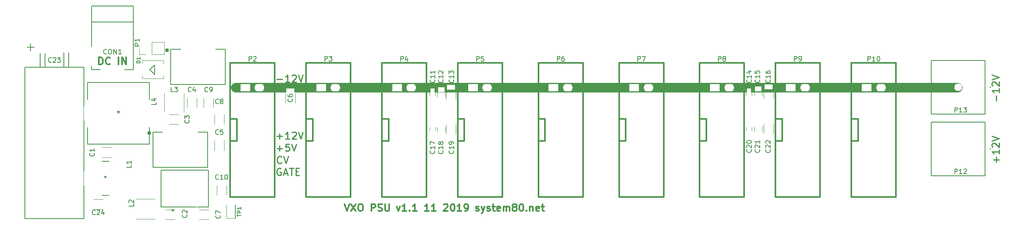
<source format=gto>
G04 #@! TF.FileFunction,Legend,Top*
%FSLAX46Y46*%
G04 Gerber Fmt 4.6, Leading zero omitted, Abs format (unit mm)*
G04 Created by KiCad (PCBNEW 4.0.2-stable) date 2019-11-04 2:31:50 PM*
%MOMM*%
G01*
G04 APERTURE LIST*
%ADD10C,0.200000*%
%ADD11C,0.250000*%
%ADD12C,0.300000*%
%ADD13C,2.000000*%
%ADD14C,0.152400*%
%ADD15C,0.150000*%
%ADD16C,0.120000*%
%ADD17C,0.066040*%
%ADD18C,0.101600*%
%ADD19C,0.203200*%
%ADD20C,0.304800*%
%ADD21C,0.299720*%
%ADD22C,0.127000*%
%ADD23C,0.400000*%
%ADD24C,0.350000*%
%ADD25R,2.995600X5.510200*%
%ADD26R,1.100000X3.100000*%
%ADD27R,2.690800X7.389800*%
%ADD28C,3.200000*%
%ADD29R,2.500000X2.500000*%
%ADD30C,2.500000*%
%ADD31R,1.100000X1.700000*%
%ADD32R,1.700000X1.100000*%
%ADD33R,2.497760X2.497760*%
%ADD34R,1.700000X2.900000*%
%ADD35O,2.100000X1.600000*%
%ADD36R,2.100000X1.600000*%
%ADD37R,1.300000X4.000000*%
%ADD38R,4.000000X1.300000*%
%ADD39R,4.100000X2.100000*%
%ADD40R,5.100000X2.100000*%
%ADD41R,2.100000X4.100000*%
%ADD42R,1.800000X2.600000*%
%ADD43O,1.800000X2.600000*%
%ADD44R,0.850000X0.900000*%
%ADD45R,1.350000X1.100000*%
%ADD46C,1.624000*%
%ADD47C,2.100000*%
%ADD48R,1.900000X2.600000*%
%ADD49O,1.900000X2.600000*%
%ADD50R,1.900000X2.500000*%
%ADD51O,1.900000X2.500000*%
G04 APERTURE END LIST*
D10*
D11*
X82000000Y-105150000D02*
X81857143Y-105078571D01*
X81642857Y-105078571D01*
X81428572Y-105150000D01*
X81285714Y-105292857D01*
X81214286Y-105435714D01*
X81142857Y-105721429D01*
X81142857Y-105935714D01*
X81214286Y-106221429D01*
X81285714Y-106364286D01*
X81428572Y-106507143D01*
X81642857Y-106578571D01*
X81785714Y-106578571D01*
X82000000Y-106507143D01*
X82071429Y-106435714D01*
X82071429Y-105935714D01*
X81785714Y-105935714D01*
X82642857Y-106150000D02*
X83357143Y-106150000D01*
X82500000Y-106578571D02*
X83000000Y-105078571D01*
X83500000Y-106578571D01*
X83785714Y-105078571D02*
X84642857Y-105078571D01*
X84214286Y-106578571D02*
X84214286Y-105078571D01*
X85142857Y-105792857D02*
X85642857Y-105792857D01*
X85857143Y-106578571D02*
X85142857Y-106578571D01*
X85142857Y-105078571D01*
X85857143Y-105078571D01*
X82121429Y-103935714D02*
X82050000Y-104007143D01*
X81835714Y-104078571D01*
X81692857Y-104078571D01*
X81478572Y-104007143D01*
X81335714Y-103864286D01*
X81264286Y-103721429D01*
X81192857Y-103435714D01*
X81192857Y-103221429D01*
X81264286Y-102935714D01*
X81335714Y-102792857D01*
X81478572Y-102650000D01*
X81692857Y-102578571D01*
X81835714Y-102578571D01*
X82050000Y-102650000D01*
X82121429Y-102721429D01*
X82550000Y-102578571D02*
X83050000Y-104078571D01*
X83550000Y-102578571D01*
X81171429Y-100907143D02*
X82314286Y-100907143D01*
X81742857Y-101478571D02*
X81742857Y-100335714D01*
X83742858Y-99978571D02*
X83028572Y-99978571D01*
X82957143Y-100692857D01*
X83028572Y-100621429D01*
X83171429Y-100550000D01*
X83528572Y-100550000D01*
X83671429Y-100621429D01*
X83742858Y-100692857D01*
X83814286Y-100835714D01*
X83814286Y-101192857D01*
X83742858Y-101335714D01*
X83671429Y-101407143D01*
X83528572Y-101478571D01*
X83171429Y-101478571D01*
X83028572Y-101407143D01*
X82957143Y-101335714D01*
X84242857Y-99978571D02*
X84742857Y-101478571D01*
X85242857Y-99978571D01*
X232857143Y-103842856D02*
X232857143Y-102699999D01*
X233428571Y-103271428D02*
X232285714Y-103271428D01*
X233428571Y-101199999D02*
X233428571Y-102057142D01*
X233428571Y-101628570D02*
X231928571Y-101628570D01*
X232142857Y-101771427D01*
X232285714Y-101914285D01*
X232357143Y-102057142D01*
X232071429Y-100628571D02*
X232000000Y-100557142D01*
X231928571Y-100414285D01*
X231928571Y-100057142D01*
X232000000Y-99914285D01*
X232071429Y-99842856D01*
X232214286Y-99771428D01*
X232357143Y-99771428D01*
X232571429Y-99842856D01*
X233428571Y-100699999D01*
X233428571Y-99771428D01*
X231928571Y-99342857D02*
X233428571Y-98842857D01*
X231928571Y-98342857D01*
X232857143Y-90892856D02*
X232857143Y-89749999D01*
X233428571Y-88249999D02*
X233428571Y-89107142D01*
X233428571Y-88678570D02*
X231928571Y-88678570D01*
X232142857Y-88821427D01*
X232285714Y-88964285D01*
X232357143Y-89107142D01*
X232071429Y-87678571D02*
X232000000Y-87607142D01*
X231928571Y-87464285D01*
X231928571Y-87107142D01*
X232000000Y-86964285D01*
X232071429Y-86892856D01*
X232214286Y-86821428D01*
X232357143Y-86821428D01*
X232571429Y-86892856D01*
X233428571Y-87749999D01*
X233428571Y-86821428D01*
X231928571Y-86392857D02*
X233428571Y-85892857D01*
X231928571Y-85392857D01*
X81157144Y-98357143D02*
X82300001Y-98357143D01*
X81728572Y-98928571D02*
X81728572Y-97785714D01*
X83800001Y-98928571D02*
X82942858Y-98928571D01*
X83371430Y-98928571D02*
X83371430Y-97428571D01*
X83228573Y-97642857D01*
X83085715Y-97785714D01*
X82942858Y-97857143D01*
X84371429Y-97571429D02*
X84442858Y-97500000D01*
X84585715Y-97428571D01*
X84942858Y-97428571D01*
X85085715Y-97500000D01*
X85157144Y-97571429D01*
X85228572Y-97714286D01*
X85228572Y-97857143D01*
X85157144Y-98071429D01*
X84300001Y-98928571D01*
X85228572Y-98928571D01*
X85657143Y-97428571D02*
X86157143Y-98928571D01*
X86657143Y-97428571D01*
D12*
X95428572Y-112678571D02*
X95928572Y-114178571D01*
X96428572Y-112678571D01*
X96785715Y-112678571D02*
X97785715Y-114178571D01*
X97785715Y-112678571D02*
X96785715Y-114178571D01*
X98642857Y-112678571D02*
X98928571Y-112678571D01*
X99071429Y-112750000D01*
X99214286Y-112892857D01*
X99285714Y-113178571D01*
X99285714Y-113678571D01*
X99214286Y-113964286D01*
X99071429Y-114107143D01*
X98928571Y-114178571D01*
X98642857Y-114178571D01*
X98500000Y-114107143D01*
X98357143Y-113964286D01*
X98285714Y-113678571D01*
X98285714Y-113178571D01*
X98357143Y-112892857D01*
X98500000Y-112750000D01*
X98642857Y-112678571D01*
X101071429Y-114178571D02*
X101071429Y-112678571D01*
X101642857Y-112678571D01*
X101785715Y-112750000D01*
X101857143Y-112821429D01*
X101928572Y-112964286D01*
X101928572Y-113178571D01*
X101857143Y-113321429D01*
X101785715Y-113392857D01*
X101642857Y-113464286D01*
X101071429Y-113464286D01*
X102500000Y-114107143D02*
X102714286Y-114178571D01*
X103071429Y-114178571D01*
X103214286Y-114107143D01*
X103285715Y-114035714D01*
X103357143Y-113892857D01*
X103357143Y-113750000D01*
X103285715Y-113607143D01*
X103214286Y-113535714D01*
X103071429Y-113464286D01*
X102785715Y-113392857D01*
X102642857Y-113321429D01*
X102571429Y-113250000D01*
X102500000Y-113107143D01*
X102500000Y-112964286D01*
X102571429Y-112821429D01*
X102642857Y-112750000D01*
X102785715Y-112678571D01*
X103142857Y-112678571D01*
X103357143Y-112750000D01*
X104000000Y-112678571D02*
X104000000Y-113892857D01*
X104071428Y-114035714D01*
X104142857Y-114107143D01*
X104285714Y-114178571D01*
X104571428Y-114178571D01*
X104714286Y-114107143D01*
X104785714Y-114035714D01*
X104857143Y-113892857D01*
X104857143Y-112678571D01*
X106428574Y-113178571D02*
X106785717Y-114178571D01*
X107142859Y-113178571D01*
X108500002Y-114178571D02*
X107642859Y-114178571D01*
X108071431Y-114178571D02*
X108071431Y-112678571D01*
X107928574Y-112892857D01*
X107785716Y-113035714D01*
X107642859Y-113107143D01*
X109142859Y-114035714D02*
X109214287Y-114107143D01*
X109142859Y-114178571D01*
X109071430Y-114107143D01*
X109142859Y-114035714D01*
X109142859Y-114178571D01*
X110642859Y-114178571D02*
X109785716Y-114178571D01*
X110214288Y-114178571D02*
X110214288Y-112678571D01*
X110071431Y-112892857D01*
X109928573Y-113035714D01*
X109785716Y-113107143D01*
X113214287Y-114178571D02*
X112357144Y-114178571D01*
X112785716Y-114178571D02*
X112785716Y-112678571D01*
X112642859Y-112892857D01*
X112500001Y-113035714D01*
X112357144Y-113107143D01*
X114642858Y-114178571D02*
X113785715Y-114178571D01*
X114214287Y-114178571D02*
X114214287Y-112678571D01*
X114071430Y-112892857D01*
X113928572Y-113035714D01*
X113785715Y-113107143D01*
X116357143Y-112821429D02*
X116428572Y-112750000D01*
X116571429Y-112678571D01*
X116928572Y-112678571D01*
X117071429Y-112750000D01*
X117142858Y-112821429D01*
X117214286Y-112964286D01*
X117214286Y-113107143D01*
X117142858Y-113321429D01*
X116285715Y-114178571D01*
X117214286Y-114178571D01*
X118142857Y-112678571D02*
X118285714Y-112678571D01*
X118428571Y-112750000D01*
X118500000Y-112821429D01*
X118571429Y-112964286D01*
X118642857Y-113250000D01*
X118642857Y-113607143D01*
X118571429Y-113892857D01*
X118500000Y-114035714D01*
X118428571Y-114107143D01*
X118285714Y-114178571D01*
X118142857Y-114178571D01*
X118000000Y-114107143D01*
X117928571Y-114035714D01*
X117857143Y-113892857D01*
X117785714Y-113607143D01*
X117785714Y-113250000D01*
X117857143Y-112964286D01*
X117928571Y-112821429D01*
X118000000Y-112750000D01*
X118142857Y-112678571D01*
X120071428Y-114178571D02*
X119214285Y-114178571D01*
X119642857Y-114178571D02*
X119642857Y-112678571D01*
X119500000Y-112892857D01*
X119357142Y-113035714D01*
X119214285Y-113107143D01*
X120785713Y-114178571D02*
X121071428Y-114178571D01*
X121214285Y-114107143D01*
X121285713Y-114035714D01*
X121428571Y-113821429D01*
X121499999Y-113535714D01*
X121499999Y-112964286D01*
X121428571Y-112821429D01*
X121357142Y-112750000D01*
X121214285Y-112678571D01*
X120928571Y-112678571D01*
X120785713Y-112750000D01*
X120714285Y-112821429D01*
X120642856Y-112964286D01*
X120642856Y-113321429D01*
X120714285Y-113464286D01*
X120785713Y-113535714D01*
X120928571Y-113607143D01*
X121214285Y-113607143D01*
X121357142Y-113535714D01*
X121428571Y-113464286D01*
X121499999Y-113321429D01*
X123142857Y-114107143D02*
X123285714Y-114178571D01*
X123571429Y-114178571D01*
X123714286Y-114107143D01*
X123785714Y-113964286D01*
X123785714Y-113892857D01*
X123714286Y-113750000D01*
X123571429Y-113678571D01*
X123357143Y-113678571D01*
X123214286Y-113607143D01*
X123142857Y-113464286D01*
X123142857Y-113392857D01*
X123214286Y-113250000D01*
X123357143Y-113178571D01*
X123571429Y-113178571D01*
X123714286Y-113250000D01*
X124285715Y-113178571D02*
X124642858Y-114178571D01*
X125000000Y-113178571D02*
X124642858Y-114178571D01*
X124500000Y-114535714D01*
X124428572Y-114607143D01*
X124285715Y-114678571D01*
X125500000Y-114107143D02*
X125642857Y-114178571D01*
X125928572Y-114178571D01*
X126071429Y-114107143D01*
X126142857Y-113964286D01*
X126142857Y-113892857D01*
X126071429Y-113750000D01*
X125928572Y-113678571D01*
X125714286Y-113678571D01*
X125571429Y-113607143D01*
X125500000Y-113464286D01*
X125500000Y-113392857D01*
X125571429Y-113250000D01*
X125714286Y-113178571D01*
X125928572Y-113178571D01*
X126071429Y-113250000D01*
X126571429Y-113178571D02*
X127142858Y-113178571D01*
X126785715Y-112678571D02*
X126785715Y-113964286D01*
X126857143Y-114107143D01*
X127000001Y-114178571D01*
X127142858Y-114178571D01*
X128214286Y-114107143D02*
X128071429Y-114178571D01*
X127785715Y-114178571D01*
X127642858Y-114107143D01*
X127571429Y-113964286D01*
X127571429Y-113392857D01*
X127642858Y-113250000D01*
X127785715Y-113178571D01*
X128071429Y-113178571D01*
X128214286Y-113250000D01*
X128285715Y-113392857D01*
X128285715Y-113535714D01*
X127571429Y-113678571D01*
X128928572Y-114178571D02*
X128928572Y-113178571D01*
X128928572Y-113321429D02*
X129000000Y-113250000D01*
X129142858Y-113178571D01*
X129357143Y-113178571D01*
X129500000Y-113250000D01*
X129571429Y-113392857D01*
X129571429Y-114178571D01*
X129571429Y-113392857D02*
X129642858Y-113250000D01*
X129785715Y-113178571D01*
X130000000Y-113178571D01*
X130142858Y-113250000D01*
X130214286Y-113392857D01*
X130214286Y-114178571D01*
X131142858Y-113321429D02*
X131000000Y-113250000D01*
X130928572Y-113178571D01*
X130857143Y-113035714D01*
X130857143Y-112964286D01*
X130928572Y-112821429D01*
X131000000Y-112750000D01*
X131142858Y-112678571D01*
X131428572Y-112678571D01*
X131571429Y-112750000D01*
X131642858Y-112821429D01*
X131714286Y-112964286D01*
X131714286Y-113035714D01*
X131642858Y-113178571D01*
X131571429Y-113250000D01*
X131428572Y-113321429D01*
X131142858Y-113321429D01*
X131000000Y-113392857D01*
X130928572Y-113464286D01*
X130857143Y-113607143D01*
X130857143Y-113892857D01*
X130928572Y-114035714D01*
X131000000Y-114107143D01*
X131142858Y-114178571D01*
X131428572Y-114178571D01*
X131571429Y-114107143D01*
X131642858Y-114035714D01*
X131714286Y-113892857D01*
X131714286Y-113607143D01*
X131642858Y-113464286D01*
X131571429Y-113392857D01*
X131428572Y-113321429D01*
X132642857Y-112678571D02*
X132785714Y-112678571D01*
X132928571Y-112750000D01*
X133000000Y-112821429D01*
X133071429Y-112964286D01*
X133142857Y-113250000D01*
X133142857Y-113607143D01*
X133071429Y-113892857D01*
X133000000Y-114035714D01*
X132928571Y-114107143D01*
X132785714Y-114178571D01*
X132642857Y-114178571D01*
X132500000Y-114107143D01*
X132428571Y-114035714D01*
X132357143Y-113892857D01*
X132285714Y-113607143D01*
X132285714Y-113250000D01*
X132357143Y-112964286D01*
X132428571Y-112821429D01*
X132500000Y-112750000D01*
X132642857Y-112678571D01*
X133785714Y-114035714D02*
X133857142Y-114107143D01*
X133785714Y-114178571D01*
X133714285Y-114107143D01*
X133785714Y-114035714D01*
X133785714Y-114178571D01*
X134500000Y-113178571D02*
X134500000Y-114178571D01*
X134500000Y-113321429D02*
X134571428Y-113250000D01*
X134714286Y-113178571D01*
X134928571Y-113178571D01*
X135071428Y-113250000D01*
X135142857Y-113392857D01*
X135142857Y-114178571D01*
X136428571Y-114107143D02*
X136285714Y-114178571D01*
X136000000Y-114178571D01*
X135857143Y-114107143D01*
X135785714Y-113964286D01*
X135785714Y-113392857D01*
X135857143Y-113250000D01*
X136000000Y-113178571D01*
X136285714Y-113178571D01*
X136428571Y-113250000D01*
X136500000Y-113392857D01*
X136500000Y-113535714D01*
X135785714Y-113678571D01*
X136928571Y-113178571D02*
X137500000Y-113178571D01*
X137142857Y-112678571D02*
X137142857Y-113964286D01*
X137214285Y-114107143D01*
X137357143Y-114178571D01*
X137500000Y-114178571D01*
X43642857Y-83178571D02*
X43642857Y-81678571D01*
X44000000Y-81678571D01*
X44214285Y-81750000D01*
X44357143Y-81892857D01*
X44428571Y-82035714D01*
X44500000Y-82321429D01*
X44500000Y-82535714D01*
X44428571Y-82821429D01*
X44357143Y-82964286D01*
X44214285Y-83107143D01*
X44000000Y-83178571D01*
X43642857Y-83178571D01*
X46000000Y-83035714D02*
X45928571Y-83107143D01*
X45714285Y-83178571D01*
X45571428Y-83178571D01*
X45357143Y-83107143D01*
X45214285Y-82964286D01*
X45142857Y-82821429D01*
X45071428Y-82535714D01*
X45071428Y-82321429D01*
X45142857Y-82035714D01*
X45214285Y-81892857D01*
X45357143Y-81750000D01*
X45571428Y-81678571D01*
X45714285Y-81678571D01*
X45928571Y-81750000D01*
X46000000Y-81821429D01*
X47785714Y-83178571D02*
X47785714Y-81678571D01*
X48500000Y-83178571D02*
X48500000Y-81678571D01*
X49357143Y-83178571D01*
X49357143Y-81678571D01*
D11*
X81157144Y-86307143D02*
X82300001Y-86307143D01*
X83800001Y-86878571D02*
X82942858Y-86878571D01*
X83371430Y-86878571D02*
X83371430Y-85378571D01*
X83228573Y-85592857D01*
X83085715Y-85735714D01*
X82942858Y-85807143D01*
X84371429Y-85521429D02*
X84442858Y-85450000D01*
X84585715Y-85378571D01*
X84942858Y-85378571D01*
X85085715Y-85450000D01*
X85157144Y-85521429D01*
X85228572Y-85664286D01*
X85228572Y-85807143D01*
X85157144Y-86021429D01*
X84300001Y-86878571D01*
X85228572Y-86878571D01*
X85657143Y-85378571D02*
X86157143Y-86878571D01*
X86657143Y-85378571D01*
D13*
X72500000Y-88100000D02*
X224700000Y-88100000D01*
D14*
X54277800Y-86972200D02*
X41222200Y-86972200D01*
X41222200Y-86972200D02*
X41222200Y-90553119D01*
X41222200Y-100027800D02*
X54277800Y-100027800D01*
X54277800Y-100027800D02*
X54277800Y-96446881D01*
X54277800Y-90553119D02*
X54277800Y-86972200D01*
X41222200Y-96446881D02*
X41222200Y-100027800D01*
X54887400Y-93500000D02*
G75*
G03X54887400Y-93500000I-76200J0D01*
G01*
X44278640Y-110882200D02*
X45721360Y-110882200D01*
X45721360Y-103617800D02*
X44278640Y-103617800D01*
X40669300Y-107250000D02*
G75*
G03X40669300Y-107250000I-76200J0D01*
G01*
D15*
X28500000Y-79500000D02*
X30000000Y-79500000D01*
X29250000Y-78750000D02*
X29250000Y-80250000D01*
X37250000Y-83750000D02*
X37250000Y-79500000D01*
X36250000Y-83750000D02*
X36250000Y-79500000D01*
X32250000Y-79500000D02*
X32250000Y-83750000D01*
X31250000Y-83750000D02*
X31250000Y-79500000D01*
X28000000Y-115750000D02*
X40500000Y-115750000D01*
X40500000Y-83750000D02*
X40500000Y-115750000D01*
X28000000Y-83750000D02*
X40500000Y-83750000D01*
X28000000Y-115750000D02*
X28000000Y-83750000D01*
D16*
X46250000Y-100730000D02*
X44250000Y-100730000D01*
X44250000Y-102770000D02*
X46250000Y-102770000D01*
X59650000Y-113880000D02*
X57650000Y-113880000D01*
X57650000Y-115920000D02*
X59650000Y-115920000D01*
X60500000Y-93730000D02*
X58500000Y-93730000D01*
X58500000Y-95770000D02*
X60500000Y-95770000D01*
X62230000Y-90250000D02*
X62230000Y-92250000D01*
X64270000Y-92250000D02*
X64270000Y-90250000D01*
X70020000Y-101250000D02*
X70020000Y-99250000D01*
X67980000Y-99250000D02*
X67980000Y-101250000D01*
X82980000Y-89250000D02*
X82980000Y-91250000D01*
X85020000Y-91250000D02*
X85020000Y-89250000D01*
X66800000Y-113880000D02*
X64800000Y-113880000D01*
X64800000Y-115920000D02*
X66800000Y-115920000D01*
X67980000Y-93750000D02*
X67980000Y-95750000D01*
X70020000Y-95750000D02*
X70020000Y-93750000D01*
X65730000Y-90250000D02*
X65730000Y-92250000D01*
X67770000Y-92250000D02*
X67770000Y-90250000D01*
X70520000Y-110750000D02*
X70520000Y-108750000D01*
X68480000Y-108750000D02*
X68480000Y-110750000D01*
D17*
X52739400Y-85339660D02*
X52739400Y-83160340D01*
X57260600Y-85339660D02*
X57260600Y-83160340D01*
X53651260Y-86149920D02*
X54202440Y-86149920D01*
X53651260Y-82350080D02*
X54202440Y-82350080D01*
D18*
X52739400Y-82345000D02*
X57260600Y-82345000D01*
X52739400Y-86155000D02*
X57260600Y-86155000D01*
X52739400Y-86155000D02*
X52739400Y-82345000D01*
X57260600Y-86155000D02*
X57260600Y-82345000D01*
D19*
X55390500Y-83251780D02*
X54371960Y-84250000D01*
X54371960Y-84250000D02*
X55390500Y-85248220D01*
X55390500Y-85248220D02*
X55390500Y-83251780D01*
D15*
X72400000Y-115650000D02*
X72400000Y-112850000D01*
X70600000Y-115650000D02*
X70600000Y-112850000D01*
X70600000Y-112850000D02*
X72400000Y-112850000D01*
X72400000Y-115650000D02*
X70600000Y-115650000D01*
D20*
X186300000Y-82800000D02*
X186300000Y-111200000D01*
X195700000Y-111200000D02*
X195700000Y-82800000D01*
X195700000Y-82800000D02*
X186300000Y-82800000D01*
X195700000Y-111200000D02*
X186300000Y-111200000D01*
D21*
X186300000Y-99300000D02*
X187700000Y-99300000D01*
X187700000Y-99300000D02*
X187700000Y-94700000D01*
X187700000Y-94700000D02*
X186300000Y-94700000D01*
D20*
X170300000Y-82800000D02*
X170300000Y-111200000D01*
X179700000Y-111200000D02*
X179700000Y-82800000D01*
X179700000Y-82800000D02*
X170300000Y-82800000D01*
X179700000Y-111200000D02*
X170300000Y-111200000D01*
D21*
X170300000Y-99300000D02*
X171700000Y-99300000D01*
X171700000Y-99300000D02*
X171700000Y-94700000D01*
X171700000Y-94700000D02*
X170300000Y-94700000D01*
D20*
X153300000Y-82800000D02*
X153300000Y-111200000D01*
X162700000Y-111200000D02*
X162700000Y-82800000D01*
X162700000Y-82800000D02*
X153300000Y-82800000D01*
X162700000Y-111200000D02*
X153300000Y-111200000D01*
D21*
X153300000Y-99300000D02*
X154700000Y-99300000D01*
X154700000Y-99300000D02*
X154700000Y-94700000D01*
X154700000Y-94700000D02*
X153300000Y-94700000D01*
D20*
X136300000Y-82800000D02*
X136300000Y-111200000D01*
X145700000Y-111200000D02*
X145700000Y-82800000D01*
X145700000Y-82800000D02*
X136300000Y-82800000D01*
X145700000Y-111200000D02*
X136300000Y-111200000D01*
D21*
X136300000Y-99300000D02*
X137700000Y-99300000D01*
X137700000Y-99300000D02*
X137700000Y-94700000D01*
X137700000Y-94700000D02*
X136300000Y-94700000D01*
D20*
X119300000Y-82800000D02*
X119300000Y-111200000D01*
X128700000Y-111200000D02*
X128700000Y-82800000D01*
X128700000Y-82800000D02*
X119300000Y-82800000D01*
X128700000Y-111200000D02*
X119300000Y-111200000D01*
D21*
X119300000Y-99300000D02*
X120700000Y-99300000D01*
X120700000Y-99300000D02*
X120700000Y-94700000D01*
X120700000Y-94700000D02*
X119300000Y-94700000D01*
D20*
X103300000Y-82800000D02*
X103300000Y-111200000D01*
X112700000Y-111200000D02*
X112700000Y-82800000D01*
X112700000Y-82800000D02*
X103300000Y-82800000D01*
X112700000Y-111200000D02*
X103300000Y-111200000D01*
D21*
X103300000Y-99300000D02*
X104700000Y-99300000D01*
X104700000Y-99300000D02*
X104700000Y-94700000D01*
X104700000Y-94700000D02*
X103300000Y-94700000D01*
D20*
X87300000Y-82800000D02*
X87300000Y-111200000D01*
X96700000Y-111200000D02*
X96700000Y-82800000D01*
X96700000Y-82800000D02*
X87300000Y-82800000D01*
X96700000Y-111200000D02*
X87300000Y-111200000D01*
D21*
X87300000Y-99300000D02*
X88700000Y-99300000D01*
X88700000Y-99300000D02*
X88700000Y-94700000D01*
X88700000Y-94700000D02*
X87300000Y-94700000D01*
D16*
X51500000Y-111650000D02*
X55500000Y-111650000D01*
X51500000Y-115850000D02*
X55500000Y-115850000D01*
X57400000Y-93250000D02*
X57400000Y-89250000D01*
X61600000Y-93250000D02*
X61600000Y-89250000D01*
D15*
X50900000Y-74160000D02*
X42100000Y-74160000D01*
X50900000Y-84260000D02*
X50900000Y-70760000D01*
X42100000Y-84260000D02*
X50900000Y-84260000D01*
X42100000Y-70760000D02*
X42100000Y-84260000D01*
X46500000Y-70760000D02*
X50900000Y-70760000D01*
X46500000Y-70760000D02*
X42100000Y-70760000D01*
D16*
X57370000Y-81080000D02*
X57370000Y-78420000D01*
X54770000Y-81080000D02*
X57370000Y-81080000D01*
X54770000Y-78420000D02*
X57370000Y-78420000D01*
X54770000Y-81080000D02*
X54770000Y-78420000D01*
X53500000Y-81080000D02*
X52170000Y-81080000D01*
X52170000Y-81080000D02*
X52170000Y-79750000D01*
D20*
X71300000Y-82800000D02*
X71300000Y-111200000D01*
X80700000Y-111200000D02*
X80700000Y-82800000D01*
X80700000Y-82800000D02*
X71300000Y-82800000D01*
X80700000Y-111200000D02*
X71300000Y-111200000D01*
D21*
X71300000Y-99300000D02*
X72700000Y-99300000D01*
X72700000Y-99300000D02*
X72700000Y-94700000D01*
X72700000Y-94700000D02*
X71300000Y-94700000D01*
D20*
X202300000Y-82800000D02*
X202300000Y-111200000D01*
X211700000Y-111200000D02*
X211700000Y-82800000D01*
X211700000Y-82800000D02*
X202300000Y-82800000D01*
X211700000Y-111200000D02*
X202300000Y-111200000D01*
D21*
X202300000Y-99300000D02*
X203700000Y-99300000D01*
X203700000Y-99300000D02*
X203700000Y-94700000D01*
X203700000Y-94700000D02*
X202300000Y-94700000D01*
D16*
X114600000Y-89050000D02*
X114600000Y-89750000D01*
X113400000Y-89750000D02*
X113400000Y-89050000D01*
X114950000Y-89000000D02*
X114950000Y-90000000D01*
X116650000Y-90000000D02*
X116650000Y-89000000D01*
X116880000Y-88500000D02*
X116880000Y-90500000D01*
X118920000Y-90500000D02*
X118920000Y-88500000D01*
X181300000Y-89050000D02*
X181300000Y-89750000D01*
X180100000Y-89750000D02*
X180100000Y-89050000D01*
X181750000Y-88800000D02*
X181750000Y-89800000D01*
X183450000Y-89800000D02*
X183450000Y-88800000D01*
X183780000Y-88400000D02*
X183780000Y-90400000D01*
X185820000Y-90400000D02*
X185820000Y-88400000D01*
X114600000Y-96450000D02*
X114600000Y-97150000D01*
X113400000Y-97150000D02*
X113400000Y-96450000D01*
X114950000Y-96400000D02*
X114950000Y-97400000D01*
X116650000Y-97400000D02*
X116650000Y-96400000D01*
X116880000Y-95900000D02*
X116880000Y-97900000D01*
X118920000Y-97900000D02*
X118920000Y-95900000D01*
X181300000Y-96450000D02*
X181300000Y-97150000D01*
X180100000Y-97150000D02*
X180100000Y-96450000D01*
X181750000Y-96300000D02*
X181750000Y-97300000D01*
X183450000Y-97300000D02*
X183450000Y-96300000D01*
X183780000Y-95750000D02*
X183780000Y-97750000D01*
X185820000Y-97750000D02*
X185820000Y-95750000D01*
D14*
X219133001Y-106666999D02*
X230466999Y-106666999D01*
X230466999Y-106666999D02*
X230466999Y-95333001D01*
X230466999Y-95333001D02*
X219133001Y-95333001D01*
X219133001Y-95333001D02*
X219133001Y-106666999D01*
X231686201Y-101000000D02*
G75*
G03X231686201Y-101000000I-76200J0D01*
G01*
X219133001Y-93666999D02*
X230466999Y-93666999D01*
X230466999Y-93666999D02*
X230466999Y-82333001D01*
X230466999Y-82333001D02*
X219133001Y-82333001D01*
X219133001Y-82333001D02*
X219133001Y-93666999D01*
X231686201Y-88000000D02*
G75*
G03X231686201Y-88000000I-76200J0D01*
G01*
D16*
X44500000Y-111730000D02*
X42500000Y-111730000D01*
X42500000Y-113770000D02*
X44500000Y-113770000D01*
D22*
X58790000Y-87430000D02*
X58790000Y-79930000D01*
X70290000Y-87430000D02*
X58790000Y-87430000D01*
X70290000Y-79930000D02*
X70290000Y-87430000D01*
X58790000Y-79930000D02*
X60846000Y-79930000D01*
X70290000Y-79930000D02*
X68234000Y-79930000D01*
D23*
X58200000Y-80150000D02*
G75*
G03X58200000Y-80150000I-200000J0D01*
G01*
D22*
X55040000Y-104930000D02*
X55040000Y-97430000D01*
X66540000Y-104930000D02*
X55040000Y-104930000D01*
X66540000Y-97430000D02*
X66540000Y-104930000D01*
X55040000Y-97430000D02*
X57096000Y-97430000D01*
X66540000Y-97430000D02*
X64484000Y-97430000D01*
D23*
X54450000Y-97650000D02*
G75*
G03X54450000Y-97650000I-200000J0D01*
G01*
D24*
X59310000Y-113992000D02*
G75*
G03X59310000Y-113992000I-100000J0D01*
G01*
D22*
X66750000Y-113342000D02*
X56750000Y-113342000D01*
X56750000Y-113342000D02*
X56746200Y-105472000D01*
X66753800Y-105472000D02*
X66750000Y-113342000D01*
D24*
X59310000Y-113992000D02*
G75*
G03X59310000Y-113992000I-100000J0D01*
G01*
D22*
X66750000Y-105472000D02*
X56750000Y-105472000D01*
D15*
X55702381Y-91166666D02*
X55702381Y-91642857D01*
X54702381Y-91642857D01*
X55035714Y-90404761D02*
X55702381Y-90404761D01*
X54654762Y-90642857D02*
X55369048Y-90880952D01*
X55369048Y-90261904D01*
X47750000Y-92952381D02*
X47750000Y-93190476D01*
X47511905Y-93095238D02*
X47750000Y-93190476D01*
X47988096Y-93095238D01*
X47607143Y-93380952D02*
X47750000Y-93190476D01*
X47892858Y-93380952D01*
X50452381Y-104416666D02*
X50452381Y-104892857D01*
X49452381Y-104892857D01*
X50452381Y-103559523D02*
X50452381Y-104130952D01*
X50452381Y-103845238D02*
X49452381Y-103845238D01*
X49595238Y-103940476D01*
X49690476Y-104035714D01*
X49738095Y-104130952D01*
X45000000Y-106702381D02*
X45000000Y-106940476D01*
X44761905Y-106845238D02*
X45000000Y-106940476D01*
X45238096Y-106845238D01*
X44857143Y-107130952D02*
X45000000Y-106940476D01*
X45142858Y-107130952D01*
X33607143Y-82607143D02*
X33559524Y-82654762D01*
X33416667Y-82702381D01*
X33321429Y-82702381D01*
X33178571Y-82654762D01*
X33083333Y-82559524D01*
X33035714Y-82464286D01*
X32988095Y-82273810D01*
X32988095Y-82130952D01*
X33035714Y-81940476D01*
X33083333Y-81845238D01*
X33178571Y-81750000D01*
X33321429Y-81702381D01*
X33416667Y-81702381D01*
X33559524Y-81750000D01*
X33607143Y-81797619D01*
X33988095Y-81797619D02*
X34035714Y-81750000D01*
X34130952Y-81702381D01*
X34369048Y-81702381D01*
X34464286Y-81750000D01*
X34511905Y-81797619D01*
X34559524Y-81892857D01*
X34559524Y-81988095D01*
X34511905Y-82130952D01*
X33940476Y-82702381D01*
X34559524Y-82702381D01*
X34892857Y-81702381D02*
X35511905Y-81702381D01*
X35178571Y-82083333D01*
X35321429Y-82083333D01*
X35416667Y-82130952D01*
X35464286Y-82178571D01*
X35511905Y-82273810D01*
X35511905Y-82511905D01*
X35464286Y-82607143D01*
X35416667Y-82654762D01*
X35321429Y-82702381D01*
X35035714Y-82702381D01*
X34940476Y-82654762D01*
X34892857Y-82607143D01*
X42607143Y-101916666D02*
X42654762Y-101964285D01*
X42702381Y-102107142D01*
X42702381Y-102202380D01*
X42654762Y-102345238D01*
X42559524Y-102440476D01*
X42464286Y-102488095D01*
X42273810Y-102535714D01*
X42130952Y-102535714D01*
X41940476Y-102488095D01*
X41845238Y-102440476D01*
X41750000Y-102345238D01*
X41702381Y-102202380D01*
X41702381Y-102107142D01*
X41750000Y-101964285D01*
X41797619Y-101916666D01*
X42702381Y-100964285D02*
X42702381Y-101535714D01*
X42702381Y-101250000D02*
X41702381Y-101250000D01*
X41845238Y-101345238D01*
X41940476Y-101440476D01*
X41988095Y-101535714D01*
X62107143Y-114916666D02*
X62154762Y-114964285D01*
X62202381Y-115107142D01*
X62202381Y-115202380D01*
X62154762Y-115345238D01*
X62059524Y-115440476D01*
X61964286Y-115488095D01*
X61773810Y-115535714D01*
X61630952Y-115535714D01*
X61440476Y-115488095D01*
X61345238Y-115440476D01*
X61250000Y-115345238D01*
X61202381Y-115202380D01*
X61202381Y-115107142D01*
X61250000Y-114964285D01*
X61297619Y-114916666D01*
X61297619Y-114535714D02*
X61250000Y-114488095D01*
X61202381Y-114392857D01*
X61202381Y-114154761D01*
X61250000Y-114059523D01*
X61297619Y-114011904D01*
X61392857Y-113964285D01*
X61488095Y-113964285D01*
X61630952Y-114011904D01*
X62202381Y-114583333D01*
X62202381Y-113964285D01*
X62607143Y-94916666D02*
X62654762Y-94964285D01*
X62702381Y-95107142D01*
X62702381Y-95202380D01*
X62654762Y-95345238D01*
X62559524Y-95440476D01*
X62464286Y-95488095D01*
X62273810Y-95535714D01*
X62130952Y-95535714D01*
X61940476Y-95488095D01*
X61845238Y-95440476D01*
X61750000Y-95345238D01*
X61702381Y-95202380D01*
X61702381Y-95107142D01*
X61750000Y-94964285D01*
X61797619Y-94916666D01*
X61702381Y-94583333D02*
X61702381Y-93964285D01*
X62083333Y-94297619D01*
X62083333Y-94154761D01*
X62130952Y-94059523D01*
X62178571Y-94011904D01*
X62273810Y-93964285D01*
X62511905Y-93964285D01*
X62607143Y-94011904D01*
X62654762Y-94059523D01*
X62702381Y-94154761D01*
X62702381Y-94440476D01*
X62654762Y-94535714D01*
X62607143Y-94583333D01*
X63083334Y-88857143D02*
X63035715Y-88904762D01*
X62892858Y-88952381D01*
X62797620Y-88952381D01*
X62654762Y-88904762D01*
X62559524Y-88809524D01*
X62511905Y-88714286D01*
X62464286Y-88523810D01*
X62464286Y-88380952D01*
X62511905Y-88190476D01*
X62559524Y-88095238D01*
X62654762Y-88000000D01*
X62797620Y-87952381D01*
X62892858Y-87952381D01*
X63035715Y-88000000D01*
X63083334Y-88047619D01*
X63940477Y-88285714D02*
X63940477Y-88952381D01*
X63702381Y-87904762D02*
X63464286Y-88619048D01*
X64083334Y-88619048D01*
X68833334Y-97857143D02*
X68785715Y-97904762D01*
X68642858Y-97952381D01*
X68547620Y-97952381D01*
X68404762Y-97904762D01*
X68309524Y-97809524D01*
X68261905Y-97714286D01*
X68214286Y-97523810D01*
X68214286Y-97380952D01*
X68261905Y-97190476D01*
X68309524Y-97095238D01*
X68404762Y-97000000D01*
X68547620Y-96952381D01*
X68642858Y-96952381D01*
X68785715Y-97000000D01*
X68833334Y-97047619D01*
X69738096Y-96952381D02*
X69261905Y-96952381D01*
X69214286Y-97428571D01*
X69261905Y-97380952D01*
X69357143Y-97333333D01*
X69595239Y-97333333D01*
X69690477Y-97380952D01*
X69738096Y-97428571D01*
X69785715Y-97523810D01*
X69785715Y-97761905D01*
X69738096Y-97857143D01*
X69690477Y-97904762D01*
X69595239Y-97952381D01*
X69357143Y-97952381D01*
X69261905Y-97904762D01*
X69214286Y-97857143D01*
X84357143Y-90416666D02*
X84404762Y-90464285D01*
X84452381Y-90607142D01*
X84452381Y-90702380D01*
X84404762Y-90845238D01*
X84309524Y-90940476D01*
X84214286Y-90988095D01*
X84023810Y-91035714D01*
X83880952Y-91035714D01*
X83690476Y-90988095D01*
X83595238Y-90940476D01*
X83500000Y-90845238D01*
X83452381Y-90702380D01*
X83452381Y-90607142D01*
X83500000Y-90464285D01*
X83547619Y-90416666D01*
X83452381Y-89559523D02*
X83452381Y-89750000D01*
X83500000Y-89845238D01*
X83547619Y-89892857D01*
X83690476Y-89988095D01*
X83880952Y-90035714D01*
X84261905Y-90035714D01*
X84357143Y-89988095D01*
X84404762Y-89940476D01*
X84452381Y-89845238D01*
X84452381Y-89654761D01*
X84404762Y-89559523D01*
X84357143Y-89511904D01*
X84261905Y-89464285D01*
X84023810Y-89464285D01*
X83928571Y-89511904D01*
X83880952Y-89559523D01*
X83833333Y-89654761D01*
X83833333Y-89845238D01*
X83880952Y-89940476D01*
X83928571Y-89988095D01*
X84023810Y-90035714D01*
X69157143Y-115066666D02*
X69204762Y-115114285D01*
X69252381Y-115257142D01*
X69252381Y-115352380D01*
X69204762Y-115495238D01*
X69109524Y-115590476D01*
X69014286Y-115638095D01*
X68823810Y-115685714D01*
X68680952Y-115685714D01*
X68490476Y-115638095D01*
X68395238Y-115590476D01*
X68300000Y-115495238D01*
X68252381Y-115352380D01*
X68252381Y-115257142D01*
X68300000Y-115114285D01*
X68347619Y-115066666D01*
X68252381Y-114733333D02*
X68252381Y-114066666D01*
X69252381Y-114495238D01*
X68833334Y-91357143D02*
X68785715Y-91404762D01*
X68642858Y-91452381D01*
X68547620Y-91452381D01*
X68404762Y-91404762D01*
X68309524Y-91309524D01*
X68261905Y-91214286D01*
X68214286Y-91023810D01*
X68214286Y-90880952D01*
X68261905Y-90690476D01*
X68309524Y-90595238D01*
X68404762Y-90500000D01*
X68547620Y-90452381D01*
X68642858Y-90452381D01*
X68785715Y-90500000D01*
X68833334Y-90547619D01*
X69404762Y-90880952D02*
X69309524Y-90833333D01*
X69261905Y-90785714D01*
X69214286Y-90690476D01*
X69214286Y-90642857D01*
X69261905Y-90547619D01*
X69309524Y-90500000D01*
X69404762Y-90452381D01*
X69595239Y-90452381D01*
X69690477Y-90500000D01*
X69738096Y-90547619D01*
X69785715Y-90642857D01*
X69785715Y-90690476D01*
X69738096Y-90785714D01*
X69690477Y-90833333D01*
X69595239Y-90880952D01*
X69404762Y-90880952D01*
X69309524Y-90928571D01*
X69261905Y-90976190D01*
X69214286Y-91071429D01*
X69214286Y-91261905D01*
X69261905Y-91357143D01*
X69309524Y-91404762D01*
X69404762Y-91452381D01*
X69595239Y-91452381D01*
X69690477Y-91404762D01*
X69738096Y-91357143D01*
X69785715Y-91261905D01*
X69785715Y-91071429D01*
X69738096Y-90976190D01*
X69690477Y-90928571D01*
X69595239Y-90880952D01*
X66583334Y-88857143D02*
X66535715Y-88904762D01*
X66392858Y-88952381D01*
X66297620Y-88952381D01*
X66154762Y-88904762D01*
X66059524Y-88809524D01*
X66011905Y-88714286D01*
X65964286Y-88523810D01*
X65964286Y-88380952D01*
X66011905Y-88190476D01*
X66059524Y-88095238D01*
X66154762Y-88000000D01*
X66297620Y-87952381D01*
X66392858Y-87952381D01*
X66535715Y-88000000D01*
X66583334Y-88047619D01*
X67059524Y-88952381D02*
X67250000Y-88952381D01*
X67345239Y-88904762D01*
X67392858Y-88857143D01*
X67488096Y-88714286D01*
X67535715Y-88523810D01*
X67535715Y-88142857D01*
X67488096Y-88047619D01*
X67440477Y-88000000D01*
X67345239Y-87952381D01*
X67154762Y-87952381D01*
X67059524Y-88000000D01*
X67011905Y-88047619D01*
X66964286Y-88142857D01*
X66964286Y-88380952D01*
X67011905Y-88476190D01*
X67059524Y-88523810D01*
X67154762Y-88571429D01*
X67345239Y-88571429D01*
X67440477Y-88523810D01*
X67488096Y-88476190D01*
X67535715Y-88380952D01*
X68857143Y-107357143D02*
X68809524Y-107404762D01*
X68666667Y-107452381D01*
X68571429Y-107452381D01*
X68428571Y-107404762D01*
X68333333Y-107309524D01*
X68285714Y-107214286D01*
X68238095Y-107023810D01*
X68238095Y-106880952D01*
X68285714Y-106690476D01*
X68333333Y-106595238D01*
X68428571Y-106500000D01*
X68571429Y-106452381D01*
X68666667Y-106452381D01*
X68809524Y-106500000D01*
X68857143Y-106547619D01*
X69809524Y-107452381D02*
X69238095Y-107452381D01*
X69523809Y-107452381D02*
X69523809Y-106452381D01*
X69428571Y-106595238D01*
X69333333Y-106690476D01*
X69238095Y-106738095D01*
X70428571Y-106452381D02*
X70523810Y-106452381D01*
X70619048Y-106500000D01*
X70666667Y-106547619D01*
X70714286Y-106642857D01*
X70761905Y-106833333D01*
X70761905Y-107071429D01*
X70714286Y-107261905D01*
X70666667Y-107357143D01*
X70619048Y-107404762D01*
X70523810Y-107452381D01*
X70428571Y-107452381D01*
X70333333Y-107404762D01*
X70285714Y-107357143D01*
X70238095Y-107261905D01*
X70190476Y-107071429D01*
X70190476Y-106833333D01*
X70238095Y-106642857D01*
X70285714Y-106547619D01*
X70333333Y-106500000D01*
X70428571Y-106452381D01*
X52361905Y-82840476D02*
X51561905Y-82840476D01*
X51561905Y-82650000D01*
X51600000Y-82535714D01*
X51676190Y-82459523D01*
X51752381Y-82421428D01*
X51904762Y-82383333D01*
X52019048Y-82383333D01*
X52171429Y-82421428D01*
X52247619Y-82459523D01*
X52323810Y-82535714D01*
X52361905Y-82650000D01*
X52361905Y-82840476D01*
X52361905Y-81621428D02*
X52361905Y-82078571D01*
X52361905Y-81850000D02*
X51561905Y-81850000D01*
X51676190Y-81926190D01*
X51752381Y-82002381D01*
X51790476Y-82078571D01*
D14*
X72804895Y-115275675D02*
X72804895Y-114811218D01*
X73617695Y-115043447D02*
X72804895Y-115043447D01*
X73617695Y-114540285D02*
X72804895Y-114540285D01*
X72804895Y-114230647D01*
X72843600Y-114153238D01*
X72882305Y-114114533D01*
X72959714Y-114075828D01*
X73075829Y-114075828D01*
X73153238Y-114114533D01*
X73191943Y-114153238D01*
X73230648Y-114230647D01*
X73230648Y-114540285D01*
X73617695Y-113301733D02*
X73617695Y-113766190D01*
X73617695Y-113533961D02*
X72804895Y-113533961D01*
X72921010Y-113611371D01*
X72998419Y-113688780D01*
X73037124Y-113766190D01*
D19*
X190261905Y-82452381D02*
X190261905Y-81452381D01*
X190642858Y-81452381D01*
X190738096Y-81500000D01*
X190785715Y-81547619D01*
X190833334Y-81642857D01*
X190833334Y-81785714D01*
X190785715Y-81880952D01*
X190738096Y-81928571D01*
X190642858Y-81976190D01*
X190261905Y-81976190D01*
X191309524Y-82452381D02*
X191500000Y-82452381D01*
X191595239Y-82404762D01*
X191642858Y-82357143D01*
X191738096Y-82214286D01*
X191785715Y-82023810D01*
X191785715Y-81642857D01*
X191738096Y-81547619D01*
X191690477Y-81500000D01*
X191595239Y-81452381D01*
X191404762Y-81452381D01*
X191309524Y-81500000D01*
X191261905Y-81547619D01*
X191214286Y-81642857D01*
X191214286Y-81880952D01*
X191261905Y-81976190D01*
X191309524Y-82023810D01*
X191404762Y-82071429D01*
X191595239Y-82071429D01*
X191690477Y-82023810D01*
X191738096Y-81976190D01*
X191785715Y-81880952D01*
X174261905Y-82452381D02*
X174261905Y-81452381D01*
X174642858Y-81452381D01*
X174738096Y-81500000D01*
X174785715Y-81547619D01*
X174833334Y-81642857D01*
X174833334Y-81785714D01*
X174785715Y-81880952D01*
X174738096Y-81928571D01*
X174642858Y-81976190D01*
X174261905Y-81976190D01*
X175404762Y-81880952D02*
X175309524Y-81833333D01*
X175261905Y-81785714D01*
X175214286Y-81690476D01*
X175214286Y-81642857D01*
X175261905Y-81547619D01*
X175309524Y-81500000D01*
X175404762Y-81452381D01*
X175595239Y-81452381D01*
X175690477Y-81500000D01*
X175738096Y-81547619D01*
X175785715Y-81642857D01*
X175785715Y-81690476D01*
X175738096Y-81785714D01*
X175690477Y-81833333D01*
X175595239Y-81880952D01*
X175404762Y-81880952D01*
X175309524Y-81928571D01*
X175261905Y-81976190D01*
X175214286Y-82071429D01*
X175214286Y-82261905D01*
X175261905Y-82357143D01*
X175309524Y-82404762D01*
X175404762Y-82452381D01*
X175595239Y-82452381D01*
X175690477Y-82404762D01*
X175738096Y-82357143D01*
X175785715Y-82261905D01*
X175785715Y-82071429D01*
X175738096Y-81976190D01*
X175690477Y-81928571D01*
X175595239Y-81880952D01*
X157261905Y-82452381D02*
X157261905Y-81452381D01*
X157642858Y-81452381D01*
X157738096Y-81500000D01*
X157785715Y-81547619D01*
X157833334Y-81642857D01*
X157833334Y-81785714D01*
X157785715Y-81880952D01*
X157738096Y-81928571D01*
X157642858Y-81976190D01*
X157261905Y-81976190D01*
X158166667Y-81452381D02*
X158833334Y-81452381D01*
X158404762Y-82452381D01*
X140261905Y-82452381D02*
X140261905Y-81452381D01*
X140642858Y-81452381D01*
X140738096Y-81500000D01*
X140785715Y-81547619D01*
X140833334Y-81642857D01*
X140833334Y-81785714D01*
X140785715Y-81880952D01*
X140738096Y-81928571D01*
X140642858Y-81976190D01*
X140261905Y-81976190D01*
X141690477Y-81452381D02*
X141500000Y-81452381D01*
X141404762Y-81500000D01*
X141357143Y-81547619D01*
X141261905Y-81690476D01*
X141214286Y-81880952D01*
X141214286Y-82261905D01*
X141261905Y-82357143D01*
X141309524Y-82404762D01*
X141404762Y-82452381D01*
X141595239Y-82452381D01*
X141690477Y-82404762D01*
X141738096Y-82357143D01*
X141785715Y-82261905D01*
X141785715Y-82023810D01*
X141738096Y-81928571D01*
X141690477Y-81880952D01*
X141595239Y-81833333D01*
X141404762Y-81833333D01*
X141309524Y-81880952D01*
X141261905Y-81928571D01*
X141214286Y-82023810D01*
X123261905Y-82452381D02*
X123261905Y-81452381D01*
X123642858Y-81452381D01*
X123738096Y-81500000D01*
X123785715Y-81547619D01*
X123833334Y-81642857D01*
X123833334Y-81785714D01*
X123785715Y-81880952D01*
X123738096Y-81928571D01*
X123642858Y-81976190D01*
X123261905Y-81976190D01*
X124738096Y-81452381D02*
X124261905Y-81452381D01*
X124214286Y-81928571D01*
X124261905Y-81880952D01*
X124357143Y-81833333D01*
X124595239Y-81833333D01*
X124690477Y-81880952D01*
X124738096Y-81928571D01*
X124785715Y-82023810D01*
X124785715Y-82261905D01*
X124738096Y-82357143D01*
X124690477Y-82404762D01*
X124595239Y-82452381D01*
X124357143Y-82452381D01*
X124261905Y-82404762D01*
X124214286Y-82357143D01*
X107261905Y-82452381D02*
X107261905Y-81452381D01*
X107642858Y-81452381D01*
X107738096Y-81500000D01*
X107785715Y-81547619D01*
X107833334Y-81642857D01*
X107833334Y-81785714D01*
X107785715Y-81880952D01*
X107738096Y-81928571D01*
X107642858Y-81976190D01*
X107261905Y-81976190D01*
X108690477Y-81785714D02*
X108690477Y-82452381D01*
X108452381Y-81404762D02*
X108214286Y-82119048D01*
X108833334Y-82119048D01*
X91261905Y-82452381D02*
X91261905Y-81452381D01*
X91642858Y-81452381D01*
X91738096Y-81500000D01*
X91785715Y-81547619D01*
X91833334Y-81642857D01*
X91833334Y-81785714D01*
X91785715Y-81880952D01*
X91738096Y-81928571D01*
X91642858Y-81976190D01*
X91261905Y-81976190D01*
X92166667Y-81452381D02*
X92785715Y-81452381D01*
X92452381Y-81833333D01*
X92595239Y-81833333D01*
X92690477Y-81880952D01*
X92738096Y-81928571D01*
X92785715Y-82023810D01*
X92785715Y-82261905D01*
X92738096Y-82357143D01*
X92690477Y-82404762D01*
X92595239Y-82452381D01*
X92309524Y-82452381D01*
X92214286Y-82404762D01*
X92166667Y-82357143D01*
D15*
X50952381Y-112666666D02*
X50952381Y-113142857D01*
X49952381Y-113142857D01*
X50047619Y-112380952D02*
X50000000Y-112333333D01*
X49952381Y-112238095D01*
X49952381Y-111999999D01*
X50000000Y-111904761D01*
X50047619Y-111857142D01*
X50142857Y-111809523D01*
X50238095Y-111809523D01*
X50380952Y-111857142D01*
X50952381Y-112428571D01*
X50952381Y-111809523D01*
X59333334Y-88952381D02*
X58857143Y-88952381D01*
X58857143Y-87952381D01*
X59571429Y-87952381D02*
X60190477Y-87952381D01*
X59857143Y-88333333D01*
X60000001Y-88333333D01*
X60095239Y-88380952D01*
X60142858Y-88428571D01*
X60190477Y-88523810D01*
X60190477Y-88761905D01*
X60142858Y-88857143D01*
X60095239Y-88904762D01*
X60000001Y-88952381D01*
X59714286Y-88952381D01*
X59619048Y-88904762D01*
X59571429Y-88857143D01*
D19*
X45266286Y-80862857D02*
X45217905Y-80911238D01*
X45072762Y-80959619D01*
X44976000Y-80959619D01*
X44830858Y-80911238D01*
X44734096Y-80814476D01*
X44685715Y-80717714D01*
X44637334Y-80524190D01*
X44637334Y-80379048D01*
X44685715Y-80185524D01*
X44734096Y-80088762D01*
X44830858Y-79992000D01*
X44976000Y-79943619D01*
X45072762Y-79943619D01*
X45217905Y-79992000D01*
X45266286Y-80040381D01*
X45895239Y-79943619D02*
X46088762Y-79943619D01*
X46185524Y-79992000D01*
X46282286Y-80088762D01*
X46330667Y-80282286D01*
X46330667Y-80620952D01*
X46282286Y-80814476D01*
X46185524Y-80911238D01*
X46088762Y-80959619D01*
X45895239Y-80959619D01*
X45798477Y-80911238D01*
X45701715Y-80814476D01*
X45653334Y-80620952D01*
X45653334Y-80282286D01*
X45701715Y-80088762D01*
X45798477Y-79992000D01*
X45895239Y-79943619D01*
X46766096Y-80959619D02*
X46766096Y-79943619D01*
X47346667Y-80959619D01*
X47346667Y-79943619D01*
X48362667Y-80959619D02*
X47782096Y-80959619D01*
X48072382Y-80959619D02*
X48072382Y-79943619D01*
X47975620Y-80088762D01*
X47878858Y-80185524D01*
X47782096Y-80233905D01*
D15*
X52202381Y-79238095D02*
X51202381Y-79238095D01*
X51202381Y-78857142D01*
X51250000Y-78761904D01*
X51297619Y-78714285D01*
X51392857Y-78666666D01*
X51535714Y-78666666D01*
X51630952Y-78714285D01*
X51678571Y-78761904D01*
X51726190Y-78857142D01*
X51726190Y-79238095D01*
X52202381Y-77714285D02*
X52202381Y-78285714D01*
X52202381Y-78000000D02*
X51202381Y-78000000D01*
X51345238Y-78095238D01*
X51440476Y-78190476D01*
X51488095Y-78285714D01*
D19*
X75261905Y-82452381D02*
X75261905Y-81452381D01*
X75642858Y-81452381D01*
X75738096Y-81500000D01*
X75785715Y-81547619D01*
X75833334Y-81642857D01*
X75833334Y-81785714D01*
X75785715Y-81880952D01*
X75738096Y-81928571D01*
X75642858Y-81976190D01*
X75261905Y-81976190D01*
X76214286Y-81547619D02*
X76261905Y-81500000D01*
X76357143Y-81452381D01*
X76595239Y-81452381D01*
X76690477Y-81500000D01*
X76738096Y-81547619D01*
X76785715Y-81642857D01*
X76785715Y-81738095D01*
X76738096Y-81880952D01*
X76166667Y-82452381D01*
X76785715Y-82452381D01*
X205785714Y-82452381D02*
X205785714Y-81452381D01*
X206166667Y-81452381D01*
X206261905Y-81500000D01*
X206309524Y-81547619D01*
X206357143Y-81642857D01*
X206357143Y-81785714D01*
X206309524Y-81880952D01*
X206261905Y-81928571D01*
X206166667Y-81976190D01*
X205785714Y-81976190D01*
X207309524Y-82452381D02*
X206738095Y-82452381D01*
X207023809Y-82452381D02*
X207023809Y-81452381D01*
X206928571Y-81595238D01*
X206833333Y-81690476D01*
X206738095Y-81738095D01*
X207928571Y-81452381D02*
X208023810Y-81452381D01*
X208119048Y-81500000D01*
X208166667Y-81547619D01*
X208214286Y-81642857D01*
X208261905Y-81833333D01*
X208261905Y-82071429D01*
X208214286Y-82261905D01*
X208166667Y-82357143D01*
X208119048Y-82404762D01*
X208023810Y-82452381D01*
X207928571Y-82452381D01*
X207833333Y-82404762D01*
X207785714Y-82357143D01*
X207738095Y-82261905D01*
X207690476Y-82071429D01*
X207690476Y-81833333D01*
X207738095Y-81642857D01*
X207785714Y-81547619D01*
X207833333Y-81500000D01*
X207928571Y-81452381D01*
D15*
X114357143Y-86392857D02*
X114404762Y-86440476D01*
X114452381Y-86583333D01*
X114452381Y-86678571D01*
X114404762Y-86821429D01*
X114309524Y-86916667D01*
X114214286Y-86964286D01*
X114023810Y-87011905D01*
X113880952Y-87011905D01*
X113690476Y-86964286D01*
X113595238Y-86916667D01*
X113500000Y-86821429D01*
X113452381Y-86678571D01*
X113452381Y-86583333D01*
X113500000Y-86440476D01*
X113547619Y-86392857D01*
X114452381Y-85440476D02*
X114452381Y-86011905D01*
X114452381Y-85726191D02*
X113452381Y-85726191D01*
X113595238Y-85821429D01*
X113690476Y-85916667D01*
X113738095Y-86011905D01*
X114452381Y-84488095D02*
X114452381Y-85059524D01*
X114452381Y-84773810D02*
X113452381Y-84773810D01*
X113595238Y-84869048D01*
X113690476Y-84964286D01*
X113738095Y-85059524D01*
X116107143Y-86392857D02*
X116154762Y-86440476D01*
X116202381Y-86583333D01*
X116202381Y-86678571D01*
X116154762Y-86821429D01*
X116059524Y-86916667D01*
X115964286Y-86964286D01*
X115773810Y-87011905D01*
X115630952Y-87011905D01*
X115440476Y-86964286D01*
X115345238Y-86916667D01*
X115250000Y-86821429D01*
X115202381Y-86678571D01*
X115202381Y-86583333D01*
X115250000Y-86440476D01*
X115297619Y-86392857D01*
X116202381Y-85440476D02*
X116202381Y-86011905D01*
X116202381Y-85726191D02*
X115202381Y-85726191D01*
X115345238Y-85821429D01*
X115440476Y-85916667D01*
X115488095Y-86011905D01*
X115297619Y-85059524D02*
X115250000Y-85011905D01*
X115202381Y-84916667D01*
X115202381Y-84678571D01*
X115250000Y-84583333D01*
X115297619Y-84535714D01*
X115392857Y-84488095D01*
X115488095Y-84488095D01*
X115630952Y-84535714D01*
X116202381Y-85107143D01*
X116202381Y-84488095D01*
X118357143Y-86392857D02*
X118404762Y-86440476D01*
X118452381Y-86583333D01*
X118452381Y-86678571D01*
X118404762Y-86821429D01*
X118309524Y-86916667D01*
X118214286Y-86964286D01*
X118023810Y-87011905D01*
X117880952Y-87011905D01*
X117690476Y-86964286D01*
X117595238Y-86916667D01*
X117500000Y-86821429D01*
X117452381Y-86678571D01*
X117452381Y-86583333D01*
X117500000Y-86440476D01*
X117547619Y-86392857D01*
X118452381Y-85440476D02*
X118452381Y-86011905D01*
X118452381Y-85726191D02*
X117452381Y-85726191D01*
X117595238Y-85821429D01*
X117690476Y-85916667D01*
X117738095Y-86011905D01*
X117452381Y-85107143D02*
X117452381Y-84488095D01*
X117833333Y-84821429D01*
X117833333Y-84678571D01*
X117880952Y-84583333D01*
X117928571Y-84535714D01*
X118023810Y-84488095D01*
X118261905Y-84488095D01*
X118357143Y-84535714D01*
X118404762Y-84583333D01*
X118452381Y-84678571D01*
X118452381Y-84964286D01*
X118404762Y-85059524D01*
X118357143Y-85107143D01*
X181107143Y-86392857D02*
X181154762Y-86440476D01*
X181202381Y-86583333D01*
X181202381Y-86678571D01*
X181154762Y-86821429D01*
X181059524Y-86916667D01*
X180964286Y-86964286D01*
X180773810Y-87011905D01*
X180630952Y-87011905D01*
X180440476Y-86964286D01*
X180345238Y-86916667D01*
X180250000Y-86821429D01*
X180202381Y-86678571D01*
X180202381Y-86583333D01*
X180250000Y-86440476D01*
X180297619Y-86392857D01*
X181202381Y-85440476D02*
X181202381Y-86011905D01*
X181202381Y-85726191D02*
X180202381Y-85726191D01*
X180345238Y-85821429D01*
X180440476Y-85916667D01*
X180488095Y-86011905D01*
X180535714Y-84583333D02*
X181202381Y-84583333D01*
X180154762Y-84821429D02*
X180869048Y-85059524D01*
X180869048Y-84440476D01*
X182857143Y-86392857D02*
X182904762Y-86440476D01*
X182952381Y-86583333D01*
X182952381Y-86678571D01*
X182904762Y-86821429D01*
X182809524Y-86916667D01*
X182714286Y-86964286D01*
X182523810Y-87011905D01*
X182380952Y-87011905D01*
X182190476Y-86964286D01*
X182095238Y-86916667D01*
X182000000Y-86821429D01*
X181952381Y-86678571D01*
X181952381Y-86583333D01*
X182000000Y-86440476D01*
X182047619Y-86392857D01*
X182952381Y-85440476D02*
X182952381Y-86011905D01*
X182952381Y-85726191D02*
X181952381Y-85726191D01*
X182095238Y-85821429D01*
X182190476Y-85916667D01*
X182238095Y-86011905D01*
X181952381Y-84535714D02*
X181952381Y-85011905D01*
X182428571Y-85059524D01*
X182380952Y-85011905D01*
X182333333Y-84916667D01*
X182333333Y-84678571D01*
X182380952Y-84583333D01*
X182428571Y-84535714D01*
X182523810Y-84488095D01*
X182761905Y-84488095D01*
X182857143Y-84535714D01*
X182904762Y-84583333D01*
X182952381Y-84678571D01*
X182952381Y-84916667D01*
X182904762Y-85011905D01*
X182857143Y-85059524D01*
X185107143Y-86392857D02*
X185154762Y-86440476D01*
X185202381Y-86583333D01*
X185202381Y-86678571D01*
X185154762Y-86821429D01*
X185059524Y-86916667D01*
X184964286Y-86964286D01*
X184773810Y-87011905D01*
X184630952Y-87011905D01*
X184440476Y-86964286D01*
X184345238Y-86916667D01*
X184250000Y-86821429D01*
X184202381Y-86678571D01*
X184202381Y-86583333D01*
X184250000Y-86440476D01*
X184297619Y-86392857D01*
X185202381Y-85440476D02*
X185202381Y-86011905D01*
X185202381Y-85726191D02*
X184202381Y-85726191D01*
X184345238Y-85821429D01*
X184440476Y-85916667D01*
X184488095Y-86011905D01*
X184202381Y-84583333D02*
X184202381Y-84773810D01*
X184250000Y-84869048D01*
X184297619Y-84916667D01*
X184440476Y-85011905D01*
X184630952Y-85059524D01*
X185011905Y-85059524D01*
X185107143Y-85011905D01*
X185154762Y-84964286D01*
X185202381Y-84869048D01*
X185202381Y-84678571D01*
X185154762Y-84583333D01*
X185107143Y-84535714D01*
X185011905Y-84488095D01*
X184773810Y-84488095D01*
X184678571Y-84535714D01*
X184630952Y-84583333D01*
X184583333Y-84678571D01*
X184583333Y-84869048D01*
X184630952Y-84964286D01*
X184678571Y-85011905D01*
X184773810Y-85059524D01*
X114357143Y-101392857D02*
X114404762Y-101440476D01*
X114452381Y-101583333D01*
X114452381Y-101678571D01*
X114404762Y-101821429D01*
X114309524Y-101916667D01*
X114214286Y-101964286D01*
X114023810Y-102011905D01*
X113880952Y-102011905D01*
X113690476Y-101964286D01*
X113595238Y-101916667D01*
X113500000Y-101821429D01*
X113452381Y-101678571D01*
X113452381Y-101583333D01*
X113500000Y-101440476D01*
X113547619Y-101392857D01*
X114452381Y-100440476D02*
X114452381Y-101011905D01*
X114452381Y-100726191D02*
X113452381Y-100726191D01*
X113595238Y-100821429D01*
X113690476Y-100916667D01*
X113738095Y-101011905D01*
X113452381Y-100107143D02*
X113452381Y-99440476D01*
X114452381Y-99869048D01*
X116107143Y-101392857D02*
X116154762Y-101440476D01*
X116202381Y-101583333D01*
X116202381Y-101678571D01*
X116154762Y-101821429D01*
X116059524Y-101916667D01*
X115964286Y-101964286D01*
X115773810Y-102011905D01*
X115630952Y-102011905D01*
X115440476Y-101964286D01*
X115345238Y-101916667D01*
X115250000Y-101821429D01*
X115202381Y-101678571D01*
X115202381Y-101583333D01*
X115250000Y-101440476D01*
X115297619Y-101392857D01*
X116202381Y-100440476D02*
X116202381Y-101011905D01*
X116202381Y-100726191D02*
X115202381Y-100726191D01*
X115345238Y-100821429D01*
X115440476Y-100916667D01*
X115488095Y-101011905D01*
X115630952Y-99869048D02*
X115583333Y-99964286D01*
X115535714Y-100011905D01*
X115440476Y-100059524D01*
X115392857Y-100059524D01*
X115297619Y-100011905D01*
X115250000Y-99964286D01*
X115202381Y-99869048D01*
X115202381Y-99678571D01*
X115250000Y-99583333D01*
X115297619Y-99535714D01*
X115392857Y-99488095D01*
X115440476Y-99488095D01*
X115535714Y-99535714D01*
X115583333Y-99583333D01*
X115630952Y-99678571D01*
X115630952Y-99869048D01*
X115678571Y-99964286D01*
X115726190Y-100011905D01*
X115821429Y-100059524D01*
X116011905Y-100059524D01*
X116107143Y-100011905D01*
X116154762Y-99964286D01*
X116202381Y-99869048D01*
X116202381Y-99678571D01*
X116154762Y-99583333D01*
X116107143Y-99535714D01*
X116011905Y-99488095D01*
X115821429Y-99488095D01*
X115726190Y-99535714D01*
X115678571Y-99583333D01*
X115630952Y-99678571D01*
X118357143Y-101392857D02*
X118404762Y-101440476D01*
X118452381Y-101583333D01*
X118452381Y-101678571D01*
X118404762Y-101821429D01*
X118309524Y-101916667D01*
X118214286Y-101964286D01*
X118023810Y-102011905D01*
X117880952Y-102011905D01*
X117690476Y-101964286D01*
X117595238Y-101916667D01*
X117500000Y-101821429D01*
X117452381Y-101678571D01*
X117452381Y-101583333D01*
X117500000Y-101440476D01*
X117547619Y-101392857D01*
X118452381Y-100440476D02*
X118452381Y-101011905D01*
X118452381Y-100726191D02*
X117452381Y-100726191D01*
X117595238Y-100821429D01*
X117690476Y-100916667D01*
X117738095Y-101011905D01*
X118452381Y-99964286D02*
X118452381Y-99773810D01*
X118404762Y-99678571D01*
X118357143Y-99630952D01*
X118214286Y-99535714D01*
X118023810Y-99488095D01*
X117642857Y-99488095D01*
X117547619Y-99535714D01*
X117500000Y-99583333D01*
X117452381Y-99678571D01*
X117452381Y-99869048D01*
X117500000Y-99964286D01*
X117547619Y-100011905D01*
X117642857Y-100059524D01*
X117880952Y-100059524D01*
X117976190Y-100011905D01*
X118023810Y-99964286D01*
X118071429Y-99869048D01*
X118071429Y-99678571D01*
X118023810Y-99583333D01*
X117976190Y-99535714D01*
X117880952Y-99488095D01*
X181107143Y-101142857D02*
X181154762Y-101190476D01*
X181202381Y-101333333D01*
X181202381Y-101428571D01*
X181154762Y-101571429D01*
X181059524Y-101666667D01*
X180964286Y-101714286D01*
X180773810Y-101761905D01*
X180630952Y-101761905D01*
X180440476Y-101714286D01*
X180345238Y-101666667D01*
X180250000Y-101571429D01*
X180202381Y-101428571D01*
X180202381Y-101333333D01*
X180250000Y-101190476D01*
X180297619Y-101142857D01*
X180297619Y-100761905D02*
X180250000Y-100714286D01*
X180202381Y-100619048D01*
X180202381Y-100380952D01*
X180250000Y-100285714D01*
X180297619Y-100238095D01*
X180392857Y-100190476D01*
X180488095Y-100190476D01*
X180630952Y-100238095D01*
X181202381Y-100809524D01*
X181202381Y-100190476D01*
X180202381Y-99571429D02*
X180202381Y-99476190D01*
X180250000Y-99380952D01*
X180297619Y-99333333D01*
X180392857Y-99285714D01*
X180583333Y-99238095D01*
X180821429Y-99238095D01*
X181011905Y-99285714D01*
X181107143Y-99333333D01*
X181154762Y-99380952D01*
X181202381Y-99476190D01*
X181202381Y-99571429D01*
X181154762Y-99666667D01*
X181107143Y-99714286D01*
X181011905Y-99761905D01*
X180821429Y-99809524D01*
X180583333Y-99809524D01*
X180392857Y-99761905D01*
X180297619Y-99714286D01*
X180250000Y-99666667D01*
X180202381Y-99571429D01*
X182857143Y-101142857D02*
X182904762Y-101190476D01*
X182952381Y-101333333D01*
X182952381Y-101428571D01*
X182904762Y-101571429D01*
X182809524Y-101666667D01*
X182714286Y-101714286D01*
X182523810Y-101761905D01*
X182380952Y-101761905D01*
X182190476Y-101714286D01*
X182095238Y-101666667D01*
X182000000Y-101571429D01*
X181952381Y-101428571D01*
X181952381Y-101333333D01*
X182000000Y-101190476D01*
X182047619Y-101142857D01*
X182047619Y-100761905D02*
X182000000Y-100714286D01*
X181952381Y-100619048D01*
X181952381Y-100380952D01*
X182000000Y-100285714D01*
X182047619Y-100238095D01*
X182142857Y-100190476D01*
X182238095Y-100190476D01*
X182380952Y-100238095D01*
X182952381Y-100809524D01*
X182952381Y-100190476D01*
X182952381Y-99238095D02*
X182952381Y-99809524D01*
X182952381Y-99523810D02*
X181952381Y-99523810D01*
X182095238Y-99619048D01*
X182190476Y-99714286D01*
X182238095Y-99809524D01*
X185107143Y-101142857D02*
X185154762Y-101190476D01*
X185202381Y-101333333D01*
X185202381Y-101428571D01*
X185154762Y-101571429D01*
X185059524Y-101666667D01*
X184964286Y-101714286D01*
X184773810Y-101761905D01*
X184630952Y-101761905D01*
X184440476Y-101714286D01*
X184345238Y-101666667D01*
X184250000Y-101571429D01*
X184202381Y-101428571D01*
X184202381Y-101333333D01*
X184250000Y-101190476D01*
X184297619Y-101142857D01*
X184297619Y-100761905D02*
X184250000Y-100714286D01*
X184202381Y-100619048D01*
X184202381Y-100380952D01*
X184250000Y-100285714D01*
X184297619Y-100238095D01*
X184392857Y-100190476D01*
X184488095Y-100190476D01*
X184630952Y-100238095D01*
X185202381Y-100809524D01*
X185202381Y-100190476D01*
X184297619Y-99809524D02*
X184250000Y-99761905D01*
X184202381Y-99666667D01*
X184202381Y-99428571D01*
X184250000Y-99333333D01*
X184297619Y-99285714D01*
X184392857Y-99238095D01*
X184488095Y-99238095D01*
X184630952Y-99285714D01*
X185202381Y-99857143D01*
X185202381Y-99238095D01*
X224093714Y-106278381D02*
X224093714Y-105278381D01*
X224474667Y-105278381D01*
X224569905Y-105326000D01*
X224617524Y-105373619D01*
X224665143Y-105468857D01*
X224665143Y-105611714D01*
X224617524Y-105706952D01*
X224569905Y-105754571D01*
X224474667Y-105802190D01*
X224093714Y-105802190D01*
X225617524Y-106278381D02*
X225046095Y-106278381D01*
X225331809Y-106278381D02*
X225331809Y-105278381D01*
X225236571Y-105421238D01*
X225141333Y-105516476D01*
X225046095Y-105564095D01*
X225998476Y-105373619D02*
X226046095Y-105326000D01*
X226141333Y-105278381D01*
X226379429Y-105278381D01*
X226474667Y-105326000D01*
X226522286Y-105373619D01*
X226569905Y-105468857D01*
X226569905Y-105564095D01*
X226522286Y-105706952D01*
X225950857Y-106278381D01*
X226569905Y-106278381D01*
X224800000Y-100452381D02*
X224800000Y-100690476D01*
X224561905Y-100595238D02*
X224800000Y-100690476D01*
X225038096Y-100595238D01*
X224657143Y-100880952D02*
X224800000Y-100690476D01*
X224942858Y-100880952D01*
X224093714Y-93278381D02*
X224093714Y-92278381D01*
X224474667Y-92278381D01*
X224569905Y-92326000D01*
X224617524Y-92373619D01*
X224665143Y-92468857D01*
X224665143Y-92611714D01*
X224617524Y-92706952D01*
X224569905Y-92754571D01*
X224474667Y-92802190D01*
X224093714Y-92802190D01*
X225617524Y-93278381D02*
X225046095Y-93278381D01*
X225331809Y-93278381D02*
X225331809Y-92278381D01*
X225236571Y-92421238D01*
X225141333Y-92516476D01*
X225046095Y-92564095D01*
X225950857Y-92278381D02*
X226569905Y-92278381D01*
X226236571Y-92659333D01*
X226379429Y-92659333D01*
X226474667Y-92706952D01*
X226522286Y-92754571D01*
X226569905Y-92849810D01*
X226569905Y-93087905D01*
X226522286Y-93183143D01*
X226474667Y-93230762D01*
X226379429Y-93278381D01*
X226093714Y-93278381D01*
X225998476Y-93230762D01*
X225950857Y-93183143D01*
X224800000Y-87452381D02*
X224800000Y-87690476D01*
X224561905Y-87595238D02*
X224800000Y-87690476D01*
X225038096Y-87595238D01*
X224657143Y-87880952D02*
X224800000Y-87690476D01*
X224942858Y-87880952D01*
X42857143Y-114857143D02*
X42809524Y-114904762D01*
X42666667Y-114952381D01*
X42571429Y-114952381D01*
X42428571Y-114904762D01*
X42333333Y-114809524D01*
X42285714Y-114714286D01*
X42238095Y-114523810D01*
X42238095Y-114380952D01*
X42285714Y-114190476D01*
X42333333Y-114095238D01*
X42428571Y-114000000D01*
X42571429Y-113952381D01*
X42666667Y-113952381D01*
X42809524Y-114000000D01*
X42857143Y-114047619D01*
X43238095Y-114047619D02*
X43285714Y-114000000D01*
X43380952Y-113952381D01*
X43619048Y-113952381D01*
X43714286Y-114000000D01*
X43761905Y-114047619D01*
X43809524Y-114142857D01*
X43809524Y-114238095D01*
X43761905Y-114380952D01*
X43190476Y-114952381D01*
X43809524Y-114952381D01*
X44666667Y-114285714D02*
X44666667Y-114952381D01*
X44428571Y-113904762D02*
X44190476Y-114619048D01*
X44809524Y-114619048D01*
%LPC*%
D25*
X52601400Y-93500000D03*
X42898600Y-93500000D03*
D26*
X41000000Y-93500000D03*
X54500000Y-93500000D03*
D27*
X42650500Y-107250000D03*
X47349500Y-107250000D03*
D26*
X49000000Y-107250000D03*
X41000000Y-107250000D03*
D28*
X84000000Y-80960000D03*
X84000000Y-112000000D03*
D29*
X31750000Y-79500000D03*
D30*
X36750000Y-79500000D03*
D28*
X149500000Y-112000000D03*
X149500000Y-80960000D03*
X232410000Y-80960000D03*
X232410000Y-112000000D03*
D31*
X43750000Y-101750000D03*
X46750000Y-101750000D03*
X57150000Y-114900000D03*
X60150000Y-114900000D03*
X58000000Y-94750000D03*
X61000000Y-94750000D03*
D32*
X63250000Y-92750000D03*
X63250000Y-89750000D03*
X69000000Y-98750000D03*
X69000000Y-101750000D03*
X84000000Y-91750000D03*
X84000000Y-88750000D03*
D31*
X64300000Y-114900000D03*
X67300000Y-114900000D03*
D32*
X69000000Y-96250000D03*
X69000000Y-93250000D03*
X66750000Y-92750000D03*
X66750000Y-89750000D03*
X69500000Y-108250000D03*
X69500000Y-111250000D03*
D33*
X57199640Y-84250000D03*
X52800360Y-84250000D03*
D34*
X71500000Y-114250000D03*
D35*
X192520000Y-105890000D03*
X189480000Y-105890000D03*
X189480000Y-103350000D03*
X192520000Y-103350000D03*
X192520000Y-100810000D03*
X189480000Y-100810000D03*
X189480000Y-98270000D03*
X192520000Y-98270000D03*
X192520000Y-95730000D03*
X189480000Y-95730000D03*
D36*
X189480000Y-88110000D03*
D35*
X192520000Y-88110000D03*
X189480000Y-90650000D03*
X192520000Y-90650000D03*
X189480000Y-93190000D03*
X192520000Y-93190000D03*
X176520000Y-105890000D03*
X173480000Y-105890000D03*
X173480000Y-103350000D03*
X176520000Y-103350000D03*
X176520000Y-100810000D03*
X173480000Y-100810000D03*
X173480000Y-98270000D03*
X176520000Y-98270000D03*
X176520000Y-95730000D03*
X173480000Y-95730000D03*
D36*
X173480000Y-88110000D03*
D35*
X176520000Y-88110000D03*
X173480000Y-90650000D03*
X176520000Y-90650000D03*
X173480000Y-93190000D03*
X176520000Y-93190000D03*
X159520000Y-105890000D03*
X156480000Y-105890000D03*
X156480000Y-103350000D03*
X159520000Y-103350000D03*
X159520000Y-100810000D03*
X156480000Y-100810000D03*
X156480000Y-98270000D03*
X159520000Y-98270000D03*
X159520000Y-95730000D03*
X156480000Y-95730000D03*
D36*
X156480000Y-88110000D03*
D35*
X159520000Y-88110000D03*
X156480000Y-90650000D03*
X159520000Y-90650000D03*
X156480000Y-93190000D03*
X159520000Y-93190000D03*
X142520000Y-105890000D03*
X139480000Y-105890000D03*
X139480000Y-103350000D03*
X142520000Y-103350000D03*
X142520000Y-100810000D03*
X139480000Y-100810000D03*
X139480000Y-98270000D03*
X142520000Y-98270000D03*
X142520000Y-95730000D03*
X139480000Y-95730000D03*
D36*
X139480000Y-88110000D03*
D35*
X142520000Y-88110000D03*
X139480000Y-90650000D03*
X142520000Y-90650000D03*
X139480000Y-93190000D03*
X142520000Y-93190000D03*
X125520000Y-105890000D03*
X122480000Y-105890000D03*
X122480000Y-103350000D03*
X125520000Y-103350000D03*
X125520000Y-100810000D03*
X122480000Y-100810000D03*
X122480000Y-98270000D03*
X125520000Y-98270000D03*
X125520000Y-95730000D03*
X122480000Y-95730000D03*
D36*
X122480000Y-88110000D03*
D35*
X125520000Y-88110000D03*
X122480000Y-90650000D03*
X125520000Y-90650000D03*
X122480000Y-93190000D03*
X125520000Y-93190000D03*
X109520000Y-105890000D03*
X106480000Y-105890000D03*
X106480000Y-103350000D03*
X109520000Y-103350000D03*
X109520000Y-100810000D03*
X106480000Y-100810000D03*
X106480000Y-98270000D03*
X109520000Y-98270000D03*
X109520000Y-95730000D03*
X106480000Y-95730000D03*
D36*
X106480000Y-88110000D03*
D35*
X109520000Y-88110000D03*
X106480000Y-90650000D03*
X109520000Y-90650000D03*
X106480000Y-93190000D03*
X109520000Y-93190000D03*
X93520000Y-105890000D03*
X90480000Y-105890000D03*
X90480000Y-103350000D03*
X93520000Y-103350000D03*
X93520000Y-100810000D03*
X90480000Y-100810000D03*
X90480000Y-98270000D03*
X93520000Y-98270000D03*
X93520000Y-95730000D03*
X90480000Y-95730000D03*
D36*
X90480000Y-88110000D03*
D35*
X93520000Y-88110000D03*
X90480000Y-90650000D03*
X93520000Y-90650000D03*
X90480000Y-93190000D03*
X93520000Y-93190000D03*
D37*
X52100000Y-113750000D03*
X54900000Y-113750000D03*
D38*
X59500000Y-92650000D03*
X59500000Y-89850000D03*
D39*
X46500000Y-78250000D03*
D40*
X46500000Y-84900000D03*
D41*
X41700000Y-81500000D03*
D42*
X53500000Y-79750000D03*
D43*
X56040000Y-79750000D03*
D35*
X77520000Y-105890000D03*
X74480000Y-105890000D03*
X74480000Y-103350000D03*
X77520000Y-103350000D03*
X77520000Y-100810000D03*
X74480000Y-100810000D03*
X74480000Y-98270000D03*
X77520000Y-98270000D03*
X77520000Y-95730000D03*
X74480000Y-95730000D03*
D36*
X74480000Y-88110000D03*
D35*
X77520000Y-88110000D03*
X74480000Y-90650000D03*
X77520000Y-90650000D03*
X74480000Y-93190000D03*
X77520000Y-93190000D03*
X208520000Y-105890000D03*
X205480000Y-105890000D03*
X205480000Y-103350000D03*
X208520000Y-103350000D03*
X208520000Y-100810000D03*
X205480000Y-100810000D03*
X205480000Y-98270000D03*
X208520000Y-98270000D03*
X208520000Y-95730000D03*
X205480000Y-95730000D03*
D36*
X205480000Y-88110000D03*
D35*
X208520000Y-88110000D03*
X205480000Y-90650000D03*
X208520000Y-90650000D03*
X205480000Y-93190000D03*
X208520000Y-93190000D03*
D44*
X114000000Y-88650000D03*
X114000000Y-90150000D03*
D45*
X115800000Y-90500000D03*
X115800000Y-88500000D03*
D32*
X117900000Y-91000000D03*
X117900000Y-88000000D03*
D44*
X180700000Y-88650000D03*
X180700000Y-90150000D03*
D45*
X182600000Y-90300000D03*
X182600000Y-88300000D03*
D32*
X184800000Y-90900000D03*
X184800000Y-87900000D03*
D44*
X114000000Y-96050000D03*
X114000000Y-97550000D03*
D45*
X115800000Y-97900000D03*
X115800000Y-95900000D03*
D32*
X117900000Y-98400000D03*
X117900000Y-95400000D03*
D44*
X180700000Y-96050000D03*
X180700000Y-97550000D03*
D45*
X182600000Y-97800000D03*
X182600000Y-95800000D03*
D32*
X184800000Y-98250000D03*
X184800000Y-95250000D03*
D46*
X224800000Y-101000000D03*
D47*
X221670000Y-97870000D03*
X221670000Y-104130000D03*
X227930000Y-104130000D03*
X227930000Y-97870000D03*
D46*
X224800000Y-88000000D03*
D47*
X221670000Y-84870000D03*
X221670000Y-91130000D03*
X227930000Y-91130000D03*
X227930000Y-84870000D03*
D31*
X42000000Y-112750000D03*
X45000000Y-112750000D03*
D48*
X62000000Y-80250000D03*
D49*
X64540000Y-80250000D03*
X67080000Y-80250000D03*
D48*
X58250000Y-97750000D03*
D49*
X60790000Y-97750000D03*
X63330000Y-97750000D03*
D50*
X59210000Y-111980000D03*
D51*
X61750000Y-111980000D03*
X64290000Y-112030000D03*
M02*

</source>
